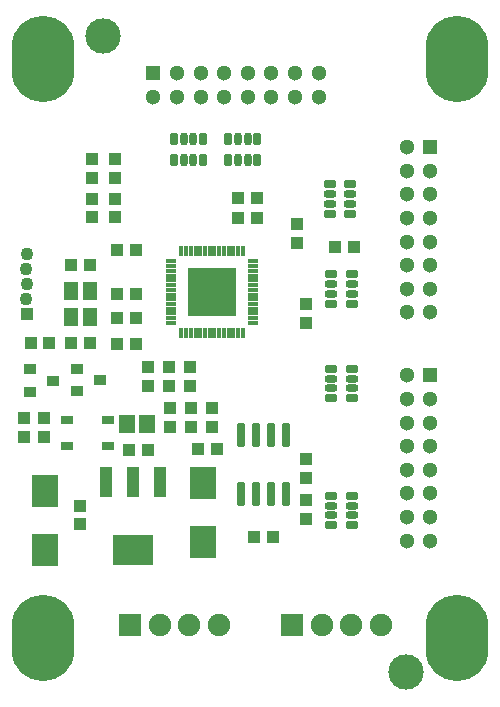
<source format=gts>
G04*
G04 #@! TF.GenerationSoftware,Altium Limited,Altium Designer,21.8.1 (53)*
G04*
G04 Layer_Color=8388736*
%FSLAX44Y44*%
%MOMM*%
G71*
G04*
G04 #@! TF.SameCoordinates,996D42DF-EE5A-41D5-9054-6BF74EEE028F*
G04*
G04*
G04 #@! TF.FilePolarity,Negative*
G04*
G01*
G75*
%ADD17R,0.3200X0.9098*%
%ADD18R,0.9098X0.3200*%
%ADD19R,4.1000X4.1000*%
%ADD20R,1.4000X1.6000*%
G04:AMPARAMS|DCode=21|XSize=1mm|YSize=0.71mm|CornerRadius=0.2025mm|HoleSize=0mm|Usage=FLASHONLY|Rotation=180.000|XOffset=0mm|YOffset=0mm|HoleType=Round|Shape=RoundedRectangle|*
%AMROUNDEDRECTD21*
21,1,1.0000,0.3050,0,0,180.0*
21,1,0.5950,0.7100,0,0,180.0*
1,1,0.4050,-0.2975,0.1525*
1,1,0.4050,0.2975,0.1525*
1,1,0.4050,0.2975,-0.1525*
1,1,0.4050,-0.2975,-0.1525*
%
%ADD21ROUNDEDRECTD21*%
G04:AMPARAMS|DCode=22|XSize=1mm|YSize=0.63mm|CornerRadius=0.1825mm|HoleSize=0mm|Usage=FLASHONLY|Rotation=180.000|XOffset=0mm|YOffset=0mm|HoleType=Round|Shape=RoundedRectangle|*
%AMROUNDEDRECTD22*
21,1,1.0000,0.2650,0,0,180.0*
21,1,0.6350,0.6300,0,0,180.0*
1,1,0.3650,-0.3175,0.1325*
1,1,0.3650,0.3175,0.1325*
1,1,0.3650,0.3175,-0.1325*
1,1,0.3650,-0.3175,-0.1325*
%
%ADD22ROUNDEDRECTD22*%
%ADD23R,1.1000X1.1000*%
%ADD24R,1.1000X1.1000*%
%ADD25R,3.4000X2.5000*%
%ADD26R,1.1000X2.5000*%
%ADD27R,2.3000X2.7000*%
%ADD28R,1.3000X1.5000*%
%ADD29R,1.1000X0.9000*%
%ADD30R,1.0000X0.8000*%
G04:AMPARAMS|DCode=31|XSize=2.07mm|YSize=0.7mm|CornerRadius=0.125mm|HoleSize=0mm|Usage=FLASHONLY|Rotation=270.000|XOffset=0mm|YOffset=0mm|HoleType=Round|Shape=RoundedRectangle|*
%AMROUNDEDRECTD31*
21,1,2.0700,0.4500,0,0,270.0*
21,1,1.8200,0.7000,0,0,270.0*
1,1,0.2500,-0.2250,-0.9100*
1,1,0.2500,-0.2250,0.9100*
1,1,0.2500,0.2250,0.9100*
1,1,0.2500,0.2250,-0.9100*
%
%ADD31ROUNDEDRECTD31*%
G04:AMPARAMS|DCode=32|XSize=1mm|YSize=0.71mm|CornerRadius=0.2025mm|HoleSize=0mm|Usage=FLASHONLY|Rotation=270.000|XOffset=0mm|YOffset=0mm|HoleType=Round|Shape=RoundedRectangle|*
%AMROUNDEDRECTD32*
21,1,1.0000,0.3050,0,0,270.0*
21,1,0.5950,0.7100,0,0,270.0*
1,1,0.4050,-0.1525,-0.2975*
1,1,0.4050,-0.1525,0.2975*
1,1,0.4050,0.1525,0.2975*
1,1,0.4050,0.1525,-0.2975*
%
%ADD32ROUNDEDRECTD32*%
G04:AMPARAMS|DCode=33|XSize=1mm|YSize=0.63mm|CornerRadius=0.1825mm|HoleSize=0mm|Usage=FLASHONLY|Rotation=270.000|XOffset=0mm|YOffset=0mm|HoleType=Round|Shape=RoundedRectangle|*
%AMROUNDEDRECTD33*
21,1,1.0000,0.2650,0,0,270.0*
21,1,0.6350,0.6300,0,0,270.0*
1,1,0.3650,-0.1325,-0.3175*
1,1,0.3650,-0.1325,0.3175*
1,1,0.3650,0.1325,0.3175*
1,1,0.3650,0.1325,-0.3175*
%
%ADD33ROUNDEDRECTD33*%
%ADD34C,0.7000*%
%ADD35C,3.0000*%
%ADD36O,5.3000X7.3000*%
%ADD37C,1.3000*%
%ADD38R,1.3000X1.3000*%
%ADD39C,1.1000*%
%ADD40C,1.9000*%
%ADD41R,1.9000X1.9000*%
%ADD42R,1.3000X1.3000*%
D17*
X117000Y248500D02*
D03*
X121000D02*
D03*
X125000D02*
D03*
X129000D02*
D03*
X133000D02*
D03*
X137000D02*
D03*
X141000D02*
D03*
X145000D02*
D03*
X149000D02*
D03*
X153000D02*
D03*
X157000D02*
D03*
X161000D02*
D03*
X165000D02*
D03*
X169000D02*
D03*
Y317402D02*
D03*
X165000D02*
D03*
X161000D02*
D03*
X157000D02*
D03*
X153000D02*
D03*
X149000D02*
D03*
X145000D02*
D03*
X141000D02*
D03*
X137000D02*
D03*
X133000D02*
D03*
X129000D02*
D03*
X125000D02*
D03*
X121000D02*
D03*
X117000D02*
D03*
D18*
X177451Y256951D02*
D03*
Y260951D02*
D03*
Y264951D02*
D03*
Y268951D02*
D03*
Y272951D02*
D03*
Y276951D02*
D03*
Y280951D02*
D03*
Y284951D02*
D03*
Y288951D02*
D03*
Y292951D02*
D03*
Y296951D02*
D03*
Y300951D02*
D03*
Y304951D02*
D03*
Y308951D02*
D03*
X108549D02*
D03*
Y304951D02*
D03*
Y300951D02*
D03*
Y296951D02*
D03*
Y292951D02*
D03*
Y288951D02*
D03*
Y284951D02*
D03*
Y280951D02*
D03*
Y276951D02*
D03*
Y272951D02*
D03*
Y268951D02*
D03*
Y264951D02*
D03*
Y260951D02*
D03*
Y256951D02*
D03*
D19*
X143000Y282951D02*
D03*
D20*
X88250Y171000D02*
D03*
X71250D02*
D03*
D21*
X261350Y273350D02*
D03*
Y298150D02*
D03*
X243650D02*
D03*
Y273350D02*
D03*
X261100Y193100D02*
D03*
Y217900D02*
D03*
X243400D02*
D03*
Y193100D02*
D03*
X260100Y349350D02*
D03*
Y374150D02*
D03*
X242400D02*
D03*
Y349350D02*
D03*
X261100Y85600D02*
D03*
Y110400D02*
D03*
X243400D02*
D03*
Y85600D02*
D03*
D22*
X261350Y281750D02*
D03*
Y289750D02*
D03*
X243650D02*
D03*
Y281750D02*
D03*
X261100Y201500D02*
D03*
Y209500D02*
D03*
X243400D02*
D03*
Y201500D02*
D03*
X260100Y357750D02*
D03*
Y365750D02*
D03*
X242400D02*
D03*
Y357750D02*
D03*
X261100Y94000D02*
D03*
Y102000D02*
D03*
X243400D02*
D03*
Y94000D02*
D03*
D23*
X222500Y257000D02*
D03*
Y273000D02*
D03*
X31000Y102250D02*
D03*
Y86250D02*
D03*
X41250Y380000D02*
D03*
Y396000D02*
D03*
Y362250D02*
D03*
Y346250D02*
D03*
X60500Y380000D02*
D03*
Y396000D02*
D03*
Y362250D02*
D03*
Y346250D02*
D03*
X106502Y203249D02*
D03*
Y219249D02*
D03*
X107750Y168750D02*
D03*
Y184750D02*
D03*
X142500Y169000D02*
D03*
Y185000D02*
D03*
X125000Y169000D02*
D03*
Y185000D02*
D03*
X124000Y203250D02*
D03*
Y219250D02*
D03*
X-16500Y160250D02*
D03*
Y176250D02*
D03*
X88750Y203250D02*
D03*
Y219250D02*
D03*
X750Y160250D02*
D03*
Y176250D02*
D03*
X215000Y340500D02*
D03*
Y324500D02*
D03*
X222250Y141700D02*
D03*
Y125700D02*
D03*
X222500Y106950D02*
D03*
Y90950D02*
D03*
D24*
X88500Y149500D02*
D03*
X72500D02*
D03*
X39500Y306250D02*
D03*
X23500D02*
D03*
X263250Y321000D02*
D03*
X247250D02*
D03*
X-10750Y240250D02*
D03*
X5250D02*
D03*
X62250Y260750D02*
D03*
X78250D02*
D03*
X62250Y318500D02*
D03*
X78250D02*
D03*
X62250Y281250D02*
D03*
X78250D02*
D03*
X62250Y239000D02*
D03*
X78250D02*
D03*
X181000Y345750D02*
D03*
X165000D02*
D03*
X181000Y363000D02*
D03*
X165000D02*
D03*
X39500Y239750D02*
D03*
X23500D02*
D03*
X131250Y150000D02*
D03*
X147250D02*
D03*
X178250Y75500D02*
D03*
X194250D02*
D03*
X-13500Y264100D02*
D03*
D25*
X76000Y64500D02*
D03*
D26*
X53000Y122500D02*
D03*
X76000D02*
D03*
X99000D02*
D03*
D27*
X135500Y121500D02*
D03*
Y71500D02*
D03*
X1750Y114250D02*
D03*
Y64250D02*
D03*
D28*
X39500Y262000D02*
D03*
Y284000D02*
D03*
X23500D02*
D03*
Y262000D02*
D03*
D29*
X28250Y218000D02*
D03*
Y199000D02*
D03*
X48250Y208500D02*
D03*
X-11500Y217500D02*
D03*
Y198500D02*
D03*
X8500Y208000D02*
D03*
D30*
X54500Y175000D02*
D03*
X20500Y153000D02*
D03*
Y175000D02*
D03*
X54500Y153000D02*
D03*
D31*
X205301Y112299D02*
D03*
X192601D02*
D03*
X179901D02*
D03*
X167201D02*
D03*
Y161699D02*
D03*
X179901D02*
D03*
X192601D02*
D03*
X205301D02*
D03*
D32*
X135400Y412350D02*
D03*
X110600D02*
D03*
Y394650D02*
D03*
X135400D02*
D03*
X181400Y412850D02*
D03*
X156600D02*
D03*
Y395150D02*
D03*
X181400D02*
D03*
D33*
X127000Y412350D02*
D03*
X119000D02*
D03*
Y394650D02*
D03*
X127000D02*
D03*
X173000Y412850D02*
D03*
X165000D02*
D03*
Y395150D02*
D03*
X173000D02*
D03*
D34*
X129000Y296951D02*
D03*
X138333D02*
D03*
X147667D02*
D03*
X157000D02*
D03*
X129000Y287618D02*
D03*
X138333D02*
D03*
X147667D02*
D03*
X157000D02*
D03*
X129000Y268951D02*
D03*
X138333D02*
D03*
X147667D02*
D03*
X157000D02*
D03*
Y278284D02*
D03*
X147667D02*
D03*
X138333D02*
D03*
X129000D02*
D03*
D35*
X307250Y-39000D02*
D03*
X51000Y499750D02*
D03*
D36*
X350000Y480000D02*
D03*
X0D02*
D03*
Y-10000D02*
D03*
X350000D02*
D03*
D37*
X307750Y192500D02*
D03*
Y212500D02*
D03*
Y152500D02*
D03*
Y172500D02*
D03*
Y132500D02*
D03*
Y112500D02*
D03*
Y92500D02*
D03*
Y72500D02*
D03*
X327750D02*
D03*
Y92500D02*
D03*
Y112500D02*
D03*
Y132500D02*
D03*
Y152500D02*
D03*
Y172500D02*
D03*
Y192500D02*
D03*
X307750Y385750D02*
D03*
Y405750D02*
D03*
Y345750D02*
D03*
Y365750D02*
D03*
Y325750D02*
D03*
Y305750D02*
D03*
Y285750D02*
D03*
Y265750D02*
D03*
X327750D02*
D03*
Y285750D02*
D03*
Y305750D02*
D03*
Y325750D02*
D03*
Y345750D02*
D03*
Y365750D02*
D03*
Y385750D02*
D03*
X113250Y448250D02*
D03*
X93250D02*
D03*
X153250D02*
D03*
X133250D02*
D03*
X173250D02*
D03*
X193250D02*
D03*
X213250D02*
D03*
X233250D02*
D03*
Y468250D02*
D03*
X213250D02*
D03*
X193250D02*
D03*
X173250D02*
D03*
X153250D02*
D03*
X133250D02*
D03*
X113250D02*
D03*
D38*
X327750Y212500D02*
D03*
Y405750D02*
D03*
D39*
X-13500Y289500D02*
D03*
X-14500Y302200D02*
D03*
Y276800D02*
D03*
X-13500Y314900D02*
D03*
D40*
X261000Y1000D02*
D03*
X236000D02*
D03*
X286000D02*
D03*
X123500D02*
D03*
X98500D02*
D03*
X148500D02*
D03*
D41*
X211000D02*
D03*
X73500D02*
D03*
D42*
X93250Y468250D02*
D03*
M02*

</source>
